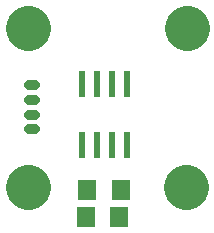
<source format=gts>
G04 ( created by brdgerber.py ( brdgerber.py v0.1 2014-03-12 ) ) date 2020-09-23 13:36:38 EDT*
G04 Gerber Fmt 3.4, Leading zero omitted, Abs format*
%MOIN*%
%FSLAX34Y34*%
G01*
G70*
G90*
G04 APERTURE LIST*
%ADD13C,0.1500*%
%ADD12C,0.0320*%
%ADD10R,0.0236X0.0866*%
%ADD11R,0.0629X0.0709*%
G04 APERTURE END LIST*
G54D13*
D10*
X-31150Y11527D03*
D10*
X-31150Y13573D03*
D10*
X-31650Y11527D03*
D10*
X-30650Y11527D03*
D10*
X-30150Y11527D03*
D10*
X-31650Y13573D03*
D10*
X-30650Y13573D03*
D10*
X-30150Y13573D03*
D11*
X-30391Y09150D03*
D11*
X-31509Y09150D03*
D12*
G01X-33210Y12062D02*
G01X-33390Y12062D01*
D12*
G01X-33210Y12554D02*
G01X-33390Y12554D01*
D12*
G01X-33210Y13046D02*
G01X-33390Y13046D01*
D12*
G01X-33210Y13538D02*
G01X-33390Y13538D01*
D11*
X-30341Y10050D03*
D11*
X-31459Y10050D03*
D13*
G01X-33440Y15449D02*
G01X-33440Y15449D01*
D13*
G01X-33449Y10160D02*
G01X-33449Y10160D01*
D13*
G01X-28160Y10151D02*
G01X-28160Y10151D01*
D13*
G01X-28151Y15440D02*
G01X-28151Y15440D01*
M02*

</source>
